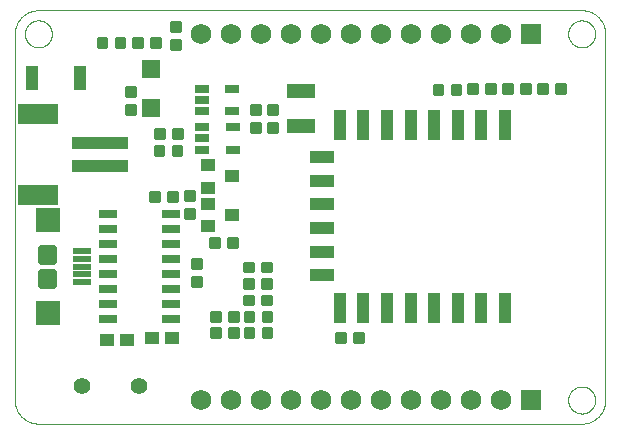
<source format=gts>
G75*
%MOIN*%
%OFA0B0*%
%FSLAX25Y25*%
%IPPOS*%
%LPD*%
%AMOC8*
5,1,8,0,0,1.08239X$1,22.5*
%
%ADD10C,0.00000*%
%ADD11C,0.00100*%
%ADD12C,0.00975*%
%ADD13C,0.00850*%
%ADD14R,0.04900X0.04400*%
%ADD15R,0.04337X0.10243*%
%ADD16R,0.08274X0.04337*%
%ADD17R,0.09400X0.04900*%
%ADD18R,0.05124X0.03117*%
%ADD19R,0.05900X0.05900*%
%ADD20R,0.05124X0.02565*%
%ADD21R,0.06384X0.01896*%
%ADD22C,0.01920*%
%ADD23R,0.07880X0.07880*%
%ADD24R,0.04400X0.08200*%
%ADD25R,0.18510X0.04337*%
%ADD26R,0.13786X0.06699*%
%ADD27R,0.06900X0.06900*%
%ADD28C,0.06900*%
%ADD29C,0.05600*%
%ADD30R,0.04731X0.04337*%
%ADD31R,0.06400X0.02900*%
D10*
X0010874Y0003250D02*
X0191976Y0003250D01*
X0192166Y0003252D01*
X0192356Y0003259D01*
X0192546Y0003271D01*
X0192736Y0003287D01*
X0192925Y0003307D01*
X0193114Y0003333D01*
X0193302Y0003362D01*
X0193489Y0003397D01*
X0193675Y0003436D01*
X0193860Y0003479D01*
X0194045Y0003527D01*
X0194228Y0003579D01*
X0194409Y0003635D01*
X0194589Y0003696D01*
X0194768Y0003762D01*
X0194945Y0003831D01*
X0195121Y0003905D01*
X0195294Y0003983D01*
X0195466Y0004066D01*
X0195635Y0004152D01*
X0195803Y0004242D01*
X0195968Y0004337D01*
X0196131Y0004435D01*
X0196291Y0004538D01*
X0196449Y0004644D01*
X0196604Y0004754D01*
X0196757Y0004867D01*
X0196907Y0004985D01*
X0197053Y0005106D01*
X0197197Y0005230D01*
X0197338Y0005358D01*
X0197476Y0005489D01*
X0197611Y0005624D01*
X0197742Y0005762D01*
X0197870Y0005903D01*
X0197994Y0006047D01*
X0198115Y0006193D01*
X0198233Y0006343D01*
X0198346Y0006496D01*
X0198456Y0006651D01*
X0198562Y0006809D01*
X0198665Y0006969D01*
X0198763Y0007132D01*
X0198858Y0007297D01*
X0198948Y0007465D01*
X0199034Y0007634D01*
X0199117Y0007806D01*
X0199195Y0007979D01*
X0199269Y0008155D01*
X0199338Y0008332D01*
X0199404Y0008511D01*
X0199465Y0008691D01*
X0199521Y0008872D01*
X0199573Y0009055D01*
X0199621Y0009240D01*
X0199664Y0009425D01*
X0199703Y0009611D01*
X0199738Y0009798D01*
X0199767Y0009986D01*
X0199793Y0010175D01*
X0199813Y0010364D01*
X0199829Y0010554D01*
X0199841Y0010744D01*
X0199848Y0010934D01*
X0199850Y0011124D01*
X0199850Y0133171D01*
X0199848Y0133361D01*
X0199841Y0133551D01*
X0199829Y0133741D01*
X0199813Y0133931D01*
X0199793Y0134120D01*
X0199767Y0134309D01*
X0199738Y0134497D01*
X0199703Y0134684D01*
X0199664Y0134870D01*
X0199621Y0135055D01*
X0199573Y0135240D01*
X0199521Y0135423D01*
X0199465Y0135604D01*
X0199404Y0135784D01*
X0199338Y0135963D01*
X0199269Y0136140D01*
X0199195Y0136316D01*
X0199117Y0136489D01*
X0199034Y0136661D01*
X0198948Y0136830D01*
X0198858Y0136998D01*
X0198763Y0137163D01*
X0198665Y0137326D01*
X0198562Y0137486D01*
X0198456Y0137644D01*
X0198346Y0137799D01*
X0198233Y0137952D01*
X0198115Y0138102D01*
X0197994Y0138248D01*
X0197870Y0138392D01*
X0197742Y0138533D01*
X0197611Y0138671D01*
X0197476Y0138806D01*
X0197338Y0138937D01*
X0197197Y0139065D01*
X0197053Y0139189D01*
X0196907Y0139310D01*
X0196757Y0139428D01*
X0196604Y0139541D01*
X0196449Y0139651D01*
X0196291Y0139757D01*
X0196131Y0139860D01*
X0195968Y0139958D01*
X0195803Y0140053D01*
X0195635Y0140143D01*
X0195466Y0140229D01*
X0195294Y0140312D01*
X0195121Y0140390D01*
X0194945Y0140464D01*
X0194768Y0140533D01*
X0194589Y0140599D01*
X0194409Y0140660D01*
X0194228Y0140716D01*
X0194045Y0140768D01*
X0193860Y0140816D01*
X0193675Y0140859D01*
X0193489Y0140898D01*
X0193302Y0140933D01*
X0193114Y0140962D01*
X0192925Y0140988D01*
X0192736Y0141008D01*
X0192546Y0141024D01*
X0192356Y0141036D01*
X0192166Y0141043D01*
X0191976Y0141045D01*
X0010874Y0141045D01*
X0010684Y0141043D01*
X0010494Y0141036D01*
X0010304Y0141024D01*
X0010114Y0141008D01*
X0009925Y0140988D01*
X0009736Y0140962D01*
X0009548Y0140933D01*
X0009361Y0140898D01*
X0009175Y0140859D01*
X0008990Y0140816D01*
X0008805Y0140768D01*
X0008622Y0140716D01*
X0008441Y0140660D01*
X0008261Y0140599D01*
X0008082Y0140533D01*
X0007905Y0140464D01*
X0007729Y0140390D01*
X0007556Y0140312D01*
X0007384Y0140229D01*
X0007215Y0140143D01*
X0007047Y0140053D01*
X0006882Y0139958D01*
X0006719Y0139860D01*
X0006559Y0139757D01*
X0006401Y0139651D01*
X0006246Y0139541D01*
X0006093Y0139428D01*
X0005943Y0139310D01*
X0005797Y0139189D01*
X0005653Y0139065D01*
X0005512Y0138937D01*
X0005374Y0138806D01*
X0005239Y0138671D01*
X0005108Y0138533D01*
X0004980Y0138392D01*
X0004856Y0138248D01*
X0004735Y0138102D01*
X0004617Y0137952D01*
X0004504Y0137799D01*
X0004394Y0137644D01*
X0004288Y0137486D01*
X0004185Y0137326D01*
X0004087Y0137163D01*
X0003992Y0136998D01*
X0003902Y0136830D01*
X0003816Y0136661D01*
X0003733Y0136489D01*
X0003655Y0136316D01*
X0003581Y0136140D01*
X0003512Y0135963D01*
X0003446Y0135784D01*
X0003385Y0135604D01*
X0003329Y0135423D01*
X0003277Y0135240D01*
X0003229Y0135055D01*
X0003186Y0134870D01*
X0003147Y0134684D01*
X0003112Y0134497D01*
X0003083Y0134309D01*
X0003057Y0134120D01*
X0003037Y0133931D01*
X0003021Y0133741D01*
X0003009Y0133551D01*
X0003002Y0133361D01*
X0003000Y0133171D01*
X0003000Y0011124D01*
X0003002Y0010934D01*
X0003009Y0010744D01*
X0003021Y0010554D01*
X0003037Y0010364D01*
X0003057Y0010175D01*
X0003083Y0009986D01*
X0003112Y0009798D01*
X0003147Y0009611D01*
X0003186Y0009425D01*
X0003229Y0009240D01*
X0003277Y0009055D01*
X0003329Y0008872D01*
X0003385Y0008691D01*
X0003446Y0008511D01*
X0003512Y0008332D01*
X0003581Y0008155D01*
X0003655Y0007979D01*
X0003733Y0007806D01*
X0003816Y0007634D01*
X0003902Y0007465D01*
X0003992Y0007297D01*
X0004087Y0007132D01*
X0004185Y0006969D01*
X0004288Y0006809D01*
X0004394Y0006651D01*
X0004504Y0006496D01*
X0004617Y0006343D01*
X0004735Y0006193D01*
X0004856Y0006047D01*
X0004980Y0005903D01*
X0005108Y0005762D01*
X0005239Y0005624D01*
X0005374Y0005489D01*
X0005512Y0005358D01*
X0005653Y0005230D01*
X0005797Y0005106D01*
X0005943Y0004985D01*
X0006093Y0004867D01*
X0006246Y0004754D01*
X0006401Y0004644D01*
X0006559Y0004538D01*
X0006719Y0004435D01*
X0006882Y0004337D01*
X0007047Y0004242D01*
X0007215Y0004152D01*
X0007384Y0004066D01*
X0007556Y0003983D01*
X0007729Y0003905D01*
X0007905Y0003831D01*
X0008082Y0003762D01*
X0008261Y0003696D01*
X0008441Y0003635D01*
X0008622Y0003579D01*
X0008805Y0003527D01*
X0008990Y0003479D01*
X0009175Y0003436D01*
X0009361Y0003397D01*
X0009548Y0003362D01*
X0009736Y0003333D01*
X0009925Y0003307D01*
X0010114Y0003287D01*
X0010304Y0003271D01*
X0010494Y0003259D01*
X0010684Y0003252D01*
X0010874Y0003250D01*
D11*
X0187476Y0011124D02*
X0187478Y0011258D01*
X0187484Y0011392D01*
X0187494Y0011525D01*
X0187508Y0011659D01*
X0187526Y0011792D01*
X0187548Y0011924D01*
X0187573Y0012055D01*
X0187603Y0012186D01*
X0187637Y0012316D01*
X0187674Y0012444D01*
X0187715Y0012572D01*
X0187760Y0012698D01*
X0187809Y0012823D01*
X0187861Y0012946D01*
X0187917Y0013068D01*
X0187977Y0013188D01*
X0188040Y0013306D01*
X0188107Y0013422D01*
X0188177Y0013536D01*
X0188251Y0013648D01*
X0188328Y0013758D01*
X0188408Y0013866D01*
X0188491Y0013971D01*
X0188577Y0014073D01*
X0188666Y0014173D01*
X0188759Y0014270D01*
X0188854Y0014365D01*
X0188952Y0014456D01*
X0189052Y0014545D01*
X0189155Y0014630D01*
X0189261Y0014713D01*
X0189369Y0014792D01*
X0189479Y0014868D01*
X0189592Y0014941D01*
X0189707Y0015010D01*
X0189823Y0015076D01*
X0189942Y0015138D01*
X0190062Y0015197D01*
X0190185Y0015252D01*
X0190308Y0015304D01*
X0190433Y0015351D01*
X0190560Y0015395D01*
X0190688Y0015436D01*
X0190817Y0015472D01*
X0190947Y0015505D01*
X0191078Y0015533D01*
X0191209Y0015558D01*
X0191342Y0015579D01*
X0191475Y0015596D01*
X0191608Y0015609D01*
X0191742Y0015618D01*
X0191876Y0015623D01*
X0192010Y0015624D01*
X0192143Y0015621D01*
X0192277Y0015614D01*
X0192411Y0015603D01*
X0192544Y0015588D01*
X0192677Y0015569D01*
X0192809Y0015546D01*
X0192940Y0015520D01*
X0193070Y0015489D01*
X0193200Y0015454D01*
X0193328Y0015416D01*
X0193455Y0015374D01*
X0193581Y0015328D01*
X0193706Y0015278D01*
X0193829Y0015225D01*
X0193950Y0015168D01*
X0194070Y0015107D01*
X0194187Y0015043D01*
X0194303Y0014976D01*
X0194417Y0014905D01*
X0194528Y0014830D01*
X0194637Y0014753D01*
X0194744Y0014672D01*
X0194849Y0014588D01*
X0194950Y0014501D01*
X0195050Y0014411D01*
X0195146Y0014318D01*
X0195240Y0014222D01*
X0195331Y0014123D01*
X0195418Y0014022D01*
X0195503Y0013918D01*
X0195585Y0013812D01*
X0195663Y0013704D01*
X0195738Y0013593D01*
X0195810Y0013480D01*
X0195879Y0013364D01*
X0195944Y0013247D01*
X0196005Y0013128D01*
X0196063Y0013007D01*
X0196117Y0012885D01*
X0196168Y0012761D01*
X0196215Y0012635D01*
X0196258Y0012508D01*
X0196297Y0012380D01*
X0196333Y0012251D01*
X0196364Y0012121D01*
X0196392Y0011990D01*
X0196416Y0011858D01*
X0196436Y0011725D01*
X0196452Y0011592D01*
X0196464Y0011459D01*
X0196472Y0011325D01*
X0196476Y0011191D01*
X0196476Y0011057D01*
X0196472Y0010923D01*
X0196464Y0010789D01*
X0196452Y0010656D01*
X0196436Y0010523D01*
X0196416Y0010390D01*
X0196392Y0010258D01*
X0196364Y0010127D01*
X0196333Y0009997D01*
X0196297Y0009868D01*
X0196258Y0009740D01*
X0196215Y0009613D01*
X0196168Y0009487D01*
X0196117Y0009363D01*
X0196063Y0009241D01*
X0196005Y0009120D01*
X0195944Y0009001D01*
X0195879Y0008884D01*
X0195810Y0008768D01*
X0195738Y0008655D01*
X0195663Y0008544D01*
X0195585Y0008436D01*
X0195503Y0008330D01*
X0195418Y0008226D01*
X0195331Y0008125D01*
X0195240Y0008026D01*
X0195146Y0007930D01*
X0195050Y0007837D01*
X0194950Y0007747D01*
X0194849Y0007660D01*
X0194744Y0007576D01*
X0194637Y0007495D01*
X0194528Y0007418D01*
X0194417Y0007343D01*
X0194303Y0007272D01*
X0194187Y0007205D01*
X0194070Y0007141D01*
X0193950Y0007080D01*
X0193829Y0007023D01*
X0193706Y0006970D01*
X0193581Y0006920D01*
X0193455Y0006874D01*
X0193328Y0006832D01*
X0193200Y0006794D01*
X0193070Y0006759D01*
X0192940Y0006728D01*
X0192809Y0006702D01*
X0192677Y0006679D01*
X0192544Y0006660D01*
X0192411Y0006645D01*
X0192277Y0006634D01*
X0192143Y0006627D01*
X0192010Y0006624D01*
X0191876Y0006625D01*
X0191742Y0006630D01*
X0191608Y0006639D01*
X0191475Y0006652D01*
X0191342Y0006669D01*
X0191209Y0006690D01*
X0191078Y0006715D01*
X0190947Y0006743D01*
X0190817Y0006776D01*
X0190688Y0006812D01*
X0190560Y0006853D01*
X0190433Y0006897D01*
X0190308Y0006944D01*
X0190185Y0006996D01*
X0190062Y0007051D01*
X0189942Y0007110D01*
X0189823Y0007172D01*
X0189707Y0007238D01*
X0189592Y0007307D01*
X0189479Y0007380D01*
X0189369Y0007456D01*
X0189261Y0007535D01*
X0189155Y0007618D01*
X0189052Y0007703D01*
X0188952Y0007792D01*
X0188854Y0007883D01*
X0188759Y0007978D01*
X0188666Y0008075D01*
X0188577Y0008175D01*
X0188491Y0008277D01*
X0188408Y0008382D01*
X0188328Y0008490D01*
X0188251Y0008600D01*
X0188177Y0008712D01*
X0188107Y0008826D01*
X0188040Y0008942D01*
X0187977Y0009060D01*
X0187917Y0009180D01*
X0187861Y0009302D01*
X0187809Y0009425D01*
X0187760Y0009550D01*
X0187715Y0009676D01*
X0187674Y0009804D01*
X0187637Y0009932D01*
X0187603Y0010062D01*
X0187573Y0010193D01*
X0187548Y0010324D01*
X0187526Y0010456D01*
X0187508Y0010589D01*
X0187494Y0010723D01*
X0187484Y0010856D01*
X0187478Y0010990D01*
X0187476Y0011124D01*
X0187476Y0133171D02*
X0187478Y0133305D01*
X0187484Y0133439D01*
X0187494Y0133572D01*
X0187508Y0133706D01*
X0187526Y0133839D01*
X0187548Y0133971D01*
X0187573Y0134102D01*
X0187603Y0134233D01*
X0187637Y0134363D01*
X0187674Y0134491D01*
X0187715Y0134619D01*
X0187760Y0134745D01*
X0187809Y0134870D01*
X0187861Y0134993D01*
X0187917Y0135115D01*
X0187977Y0135235D01*
X0188040Y0135353D01*
X0188107Y0135469D01*
X0188177Y0135583D01*
X0188251Y0135695D01*
X0188328Y0135805D01*
X0188408Y0135913D01*
X0188491Y0136018D01*
X0188577Y0136120D01*
X0188666Y0136220D01*
X0188759Y0136317D01*
X0188854Y0136412D01*
X0188952Y0136503D01*
X0189052Y0136592D01*
X0189155Y0136677D01*
X0189261Y0136760D01*
X0189369Y0136839D01*
X0189479Y0136915D01*
X0189592Y0136988D01*
X0189707Y0137057D01*
X0189823Y0137123D01*
X0189942Y0137185D01*
X0190062Y0137244D01*
X0190185Y0137299D01*
X0190308Y0137351D01*
X0190433Y0137398D01*
X0190560Y0137442D01*
X0190688Y0137483D01*
X0190817Y0137519D01*
X0190947Y0137552D01*
X0191078Y0137580D01*
X0191209Y0137605D01*
X0191342Y0137626D01*
X0191475Y0137643D01*
X0191608Y0137656D01*
X0191742Y0137665D01*
X0191876Y0137670D01*
X0192010Y0137671D01*
X0192143Y0137668D01*
X0192277Y0137661D01*
X0192411Y0137650D01*
X0192544Y0137635D01*
X0192677Y0137616D01*
X0192809Y0137593D01*
X0192940Y0137567D01*
X0193070Y0137536D01*
X0193200Y0137501D01*
X0193328Y0137463D01*
X0193455Y0137421D01*
X0193581Y0137375D01*
X0193706Y0137325D01*
X0193829Y0137272D01*
X0193950Y0137215D01*
X0194070Y0137154D01*
X0194187Y0137090D01*
X0194303Y0137023D01*
X0194417Y0136952D01*
X0194528Y0136877D01*
X0194637Y0136800D01*
X0194744Y0136719D01*
X0194849Y0136635D01*
X0194950Y0136548D01*
X0195050Y0136458D01*
X0195146Y0136365D01*
X0195240Y0136269D01*
X0195331Y0136170D01*
X0195418Y0136069D01*
X0195503Y0135965D01*
X0195585Y0135859D01*
X0195663Y0135751D01*
X0195738Y0135640D01*
X0195810Y0135527D01*
X0195879Y0135411D01*
X0195944Y0135294D01*
X0196005Y0135175D01*
X0196063Y0135054D01*
X0196117Y0134932D01*
X0196168Y0134808D01*
X0196215Y0134682D01*
X0196258Y0134555D01*
X0196297Y0134427D01*
X0196333Y0134298D01*
X0196364Y0134168D01*
X0196392Y0134037D01*
X0196416Y0133905D01*
X0196436Y0133772D01*
X0196452Y0133639D01*
X0196464Y0133506D01*
X0196472Y0133372D01*
X0196476Y0133238D01*
X0196476Y0133104D01*
X0196472Y0132970D01*
X0196464Y0132836D01*
X0196452Y0132703D01*
X0196436Y0132570D01*
X0196416Y0132437D01*
X0196392Y0132305D01*
X0196364Y0132174D01*
X0196333Y0132044D01*
X0196297Y0131915D01*
X0196258Y0131787D01*
X0196215Y0131660D01*
X0196168Y0131534D01*
X0196117Y0131410D01*
X0196063Y0131288D01*
X0196005Y0131167D01*
X0195944Y0131048D01*
X0195879Y0130931D01*
X0195810Y0130815D01*
X0195738Y0130702D01*
X0195663Y0130591D01*
X0195585Y0130483D01*
X0195503Y0130377D01*
X0195418Y0130273D01*
X0195331Y0130172D01*
X0195240Y0130073D01*
X0195146Y0129977D01*
X0195050Y0129884D01*
X0194950Y0129794D01*
X0194849Y0129707D01*
X0194744Y0129623D01*
X0194637Y0129542D01*
X0194528Y0129465D01*
X0194417Y0129390D01*
X0194303Y0129319D01*
X0194187Y0129252D01*
X0194070Y0129188D01*
X0193950Y0129127D01*
X0193829Y0129070D01*
X0193706Y0129017D01*
X0193581Y0128967D01*
X0193455Y0128921D01*
X0193328Y0128879D01*
X0193200Y0128841D01*
X0193070Y0128806D01*
X0192940Y0128775D01*
X0192809Y0128749D01*
X0192677Y0128726D01*
X0192544Y0128707D01*
X0192411Y0128692D01*
X0192277Y0128681D01*
X0192143Y0128674D01*
X0192010Y0128671D01*
X0191876Y0128672D01*
X0191742Y0128677D01*
X0191608Y0128686D01*
X0191475Y0128699D01*
X0191342Y0128716D01*
X0191209Y0128737D01*
X0191078Y0128762D01*
X0190947Y0128790D01*
X0190817Y0128823D01*
X0190688Y0128859D01*
X0190560Y0128900D01*
X0190433Y0128944D01*
X0190308Y0128991D01*
X0190185Y0129043D01*
X0190062Y0129098D01*
X0189942Y0129157D01*
X0189823Y0129219D01*
X0189707Y0129285D01*
X0189592Y0129354D01*
X0189479Y0129427D01*
X0189369Y0129503D01*
X0189261Y0129582D01*
X0189155Y0129665D01*
X0189052Y0129750D01*
X0188952Y0129839D01*
X0188854Y0129930D01*
X0188759Y0130025D01*
X0188666Y0130122D01*
X0188577Y0130222D01*
X0188491Y0130324D01*
X0188408Y0130429D01*
X0188328Y0130537D01*
X0188251Y0130647D01*
X0188177Y0130759D01*
X0188107Y0130873D01*
X0188040Y0130989D01*
X0187977Y0131107D01*
X0187917Y0131227D01*
X0187861Y0131349D01*
X0187809Y0131472D01*
X0187760Y0131597D01*
X0187715Y0131723D01*
X0187674Y0131851D01*
X0187637Y0131979D01*
X0187603Y0132109D01*
X0187573Y0132240D01*
X0187548Y0132371D01*
X0187526Y0132503D01*
X0187508Y0132636D01*
X0187494Y0132770D01*
X0187484Y0132903D01*
X0187478Y0133037D01*
X0187476Y0133171D01*
X0006374Y0133171D02*
X0006376Y0133305D01*
X0006382Y0133439D01*
X0006392Y0133572D01*
X0006406Y0133706D01*
X0006424Y0133839D01*
X0006446Y0133971D01*
X0006471Y0134102D01*
X0006501Y0134233D01*
X0006535Y0134363D01*
X0006572Y0134491D01*
X0006613Y0134619D01*
X0006658Y0134745D01*
X0006707Y0134870D01*
X0006759Y0134993D01*
X0006815Y0135115D01*
X0006875Y0135235D01*
X0006938Y0135353D01*
X0007005Y0135469D01*
X0007075Y0135583D01*
X0007149Y0135695D01*
X0007226Y0135805D01*
X0007306Y0135913D01*
X0007389Y0136018D01*
X0007475Y0136120D01*
X0007564Y0136220D01*
X0007657Y0136317D01*
X0007752Y0136412D01*
X0007850Y0136503D01*
X0007950Y0136592D01*
X0008053Y0136677D01*
X0008159Y0136760D01*
X0008267Y0136839D01*
X0008377Y0136915D01*
X0008490Y0136988D01*
X0008605Y0137057D01*
X0008721Y0137123D01*
X0008840Y0137185D01*
X0008960Y0137244D01*
X0009083Y0137299D01*
X0009206Y0137351D01*
X0009331Y0137398D01*
X0009458Y0137442D01*
X0009586Y0137483D01*
X0009715Y0137519D01*
X0009845Y0137552D01*
X0009976Y0137580D01*
X0010107Y0137605D01*
X0010240Y0137626D01*
X0010373Y0137643D01*
X0010506Y0137656D01*
X0010640Y0137665D01*
X0010774Y0137670D01*
X0010908Y0137671D01*
X0011041Y0137668D01*
X0011175Y0137661D01*
X0011309Y0137650D01*
X0011442Y0137635D01*
X0011575Y0137616D01*
X0011707Y0137593D01*
X0011838Y0137567D01*
X0011968Y0137536D01*
X0012098Y0137501D01*
X0012226Y0137463D01*
X0012353Y0137421D01*
X0012479Y0137375D01*
X0012604Y0137325D01*
X0012727Y0137272D01*
X0012848Y0137215D01*
X0012968Y0137154D01*
X0013085Y0137090D01*
X0013201Y0137023D01*
X0013315Y0136952D01*
X0013426Y0136877D01*
X0013535Y0136800D01*
X0013642Y0136719D01*
X0013747Y0136635D01*
X0013848Y0136548D01*
X0013948Y0136458D01*
X0014044Y0136365D01*
X0014138Y0136269D01*
X0014229Y0136170D01*
X0014316Y0136069D01*
X0014401Y0135965D01*
X0014483Y0135859D01*
X0014561Y0135751D01*
X0014636Y0135640D01*
X0014708Y0135527D01*
X0014777Y0135411D01*
X0014842Y0135294D01*
X0014903Y0135175D01*
X0014961Y0135054D01*
X0015015Y0134932D01*
X0015066Y0134808D01*
X0015113Y0134682D01*
X0015156Y0134555D01*
X0015195Y0134427D01*
X0015231Y0134298D01*
X0015262Y0134168D01*
X0015290Y0134037D01*
X0015314Y0133905D01*
X0015334Y0133772D01*
X0015350Y0133639D01*
X0015362Y0133506D01*
X0015370Y0133372D01*
X0015374Y0133238D01*
X0015374Y0133104D01*
X0015370Y0132970D01*
X0015362Y0132836D01*
X0015350Y0132703D01*
X0015334Y0132570D01*
X0015314Y0132437D01*
X0015290Y0132305D01*
X0015262Y0132174D01*
X0015231Y0132044D01*
X0015195Y0131915D01*
X0015156Y0131787D01*
X0015113Y0131660D01*
X0015066Y0131534D01*
X0015015Y0131410D01*
X0014961Y0131288D01*
X0014903Y0131167D01*
X0014842Y0131048D01*
X0014777Y0130931D01*
X0014708Y0130815D01*
X0014636Y0130702D01*
X0014561Y0130591D01*
X0014483Y0130483D01*
X0014401Y0130377D01*
X0014316Y0130273D01*
X0014229Y0130172D01*
X0014138Y0130073D01*
X0014044Y0129977D01*
X0013948Y0129884D01*
X0013848Y0129794D01*
X0013747Y0129707D01*
X0013642Y0129623D01*
X0013535Y0129542D01*
X0013426Y0129465D01*
X0013315Y0129390D01*
X0013201Y0129319D01*
X0013085Y0129252D01*
X0012968Y0129188D01*
X0012848Y0129127D01*
X0012727Y0129070D01*
X0012604Y0129017D01*
X0012479Y0128967D01*
X0012353Y0128921D01*
X0012226Y0128879D01*
X0012098Y0128841D01*
X0011968Y0128806D01*
X0011838Y0128775D01*
X0011707Y0128749D01*
X0011575Y0128726D01*
X0011442Y0128707D01*
X0011309Y0128692D01*
X0011175Y0128681D01*
X0011041Y0128674D01*
X0010908Y0128671D01*
X0010774Y0128672D01*
X0010640Y0128677D01*
X0010506Y0128686D01*
X0010373Y0128699D01*
X0010240Y0128716D01*
X0010107Y0128737D01*
X0009976Y0128762D01*
X0009845Y0128790D01*
X0009715Y0128823D01*
X0009586Y0128859D01*
X0009458Y0128900D01*
X0009331Y0128944D01*
X0009206Y0128991D01*
X0009083Y0129043D01*
X0008960Y0129098D01*
X0008840Y0129157D01*
X0008721Y0129219D01*
X0008605Y0129285D01*
X0008490Y0129354D01*
X0008377Y0129427D01*
X0008267Y0129503D01*
X0008159Y0129582D01*
X0008053Y0129665D01*
X0007950Y0129750D01*
X0007850Y0129839D01*
X0007752Y0129930D01*
X0007657Y0130025D01*
X0007564Y0130122D01*
X0007475Y0130222D01*
X0007389Y0130324D01*
X0007306Y0130429D01*
X0007226Y0130537D01*
X0007149Y0130647D01*
X0007075Y0130759D01*
X0007005Y0130873D01*
X0006938Y0130989D01*
X0006875Y0131107D01*
X0006815Y0131227D01*
X0006759Y0131349D01*
X0006707Y0131472D01*
X0006658Y0131597D01*
X0006613Y0131723D01*
X0006572Y0131851D01*
X0006535Y0131979D01*
X0006501Y0132109D01*
X0006471Y0132240D01*
X0006446Y0132371D01*
X0006424Y0132503D01*
X0006406Y0132636D01*
X0006392Y0132770D01*
X0006382Y0132903D01*
X0006376Y0133037D01*
X0006374Y0133171D01*
D12*
X0040017Y0115453D02*
X0040017Y0112527D01*
X0040017Y0115453D02*
X0042943Y0115453D01*
X0042943Y0112527D01*
X0040017Y0112527D01*
X0040017Y0113501D02*
X0042943Y0113501D01*
X0042943Y0114475D02*
X0040017Y0114475D01*
X0040017Y0115449D02*
X0042943Y0115449D01*
X0040017Y0109453D02*
X0040017Y0106527D01*
X0040017Y0109453D02*
X0042943Y0109453D01*
X0042943Y0106527D01*
X0040017Y0106527D01*
X0040017Y0107501D02*
X0042943Y0107501D01*
X0042943Y0108475D02*
X0040017Y0108475D01*
X0040017Y0109449D02*
X0042943Y0109449D01*
X0049734Y0101335D02*
X0052660Y0101335D01*
X0052660Y0098409D01*
X0049734Y0098409D01*
X0049734Y0101335D01*
X0049734Y0099383D02*
X0052660Y0099383D01*
X0052660Y0100357D02*
X0049734Y0100357D01*
X0049734Y0101331D02*
X0052660Y0101331D01*
X0055734Y0101335D02*
X0058660Y0101335D01*
X0058660Y0098409D01*
X0055734Y0098409D01*
X0055734Y0101335D01*
X0055734Y0099383D02*
X0058660Y0099383D01*
X0058660Y0100357D02*
X0055734Y0100357D01*
X0055734Y0101331D02*
X0058660Y0101331D01*
X0058546Y0092822D02*
X0055620Y0092822D01*
X0055620Y0095748D01*
X0058546Y0095748D01*
X0058546Y0092822D01*
X0058546Y0093796D02*
X0055620Y0093796D01*
X0055620Y0094770D02*
X0058546Y0094770D01*
X0058546Y0095744D02*
X0055620Y0095744D01*
X0052546Y0092822D02*
X0049620Y0092822D01*
X0049620Y0095748D01*
X0052546Y0095748D01*
X0052546Y0092822D01*
X0052546Y0093796D02*
X0049620Y0093796D01*
X0049620Y0094770D02*
X0052546Y0094770D01*
X0052546Y0095744D02*
X0049620Y0095744D01*
X0048218Y0077567D02*
X0051144Y0077567D01*
X0048218Y0077567D02*
X0048218Y0080493D01*
X0051144Y0080493D01*
X0051144Y0077567D01*
X0051144Y0078541D02*
X0048218Y0078541D01*
X0048218Y0079515D02*
X0051144Y0079515D01*
X0051144Y0080489D02*
X0048218Y0080489D01*
X0054218Y0077567D02*
X0057144Y0077567D01*
X0054218Y0077567D02*
X0054218Y0080493D01*
X0057144Y0080493D01*
X0057144Y0077567D01*
X0057144Y0078541D02*
X0054218Y0078541D01*
X0054218Y0079515D02*
X0057144Y0079515D01*
X0057144Y0080489D02*
X0054218Y0080489D01*
X0062750Y0080654D02*
X0062750Y0077728D01*
X0059824Y0077728D01*
X0059824Y0080654D01*
X0062750Y0080654D01*
X0062750Y0078702D02*
X0059824Y0078702D01*
X0059824Y0079676D02*
X0062750Y0079676D01*
X0062750Y0080650D02*
X0059824Y0080650D01*
X0062750Y0074654D02*
X0062750Y0071728D01*
X0059824Y0071728D01*
X0059824Y0074654D01*
X0062750Y0074654D01*
X0062750Y0072702D02*
X0059824Y0072702D01*
X0059824Y0073676D02*
X0062750Y0073676D01*
X0062750Y0074650D02*
X0059824Y0074650D01*
X0068057Y0062047D02*
X0070983Y0062047D01*
X0068057Y0062047D02*
X0068057Y0064973D01*
X0070983Y0064973D01*
X0070983Y0062047D01*
X0070983Y0063021D02*
X0068057Y0063021D01*
X0068057Y0063995D02*
X0070983Y0063995D01*
X0070983Y0064969D02*
X0068057Y0064969D01*
X0074057Y0062047D02*
X0076983Y0062047D01*
X0074057Y0062047D02*
X0074057Y0064973D01*
X0076983Y0064973D01*
X0076983Y0062047D01*
X0076983Y0063021D02*
X0074057Y0063021D01*
X0074057Y0063995D02*
X0076983Y0063995D01*
X0076983Y0064969D02*
X0074057Y0064969D01*
X0062037Y0058213D02*
X0062037Y0055287D01*
X0062037Y0058213D02*
X0064963Y0058213D01*
X0064963Y0055287D01*
X0062037Y0055287D01*
X0062037Y0056261D02*
X0064963Y0056261D01*
X0064963Y0057235D02*
X0062037Y0057235D01*
X0062037Y0058209D02*
X0064963Y0058209D01*
X0062037Y0052213D02*
X0062037Y0049287D01*
X0062037Y0052213D02*
X0064963Y0052213D01*
X0064963Y0049287D01*
X0062037Y0049287D01*
X0062037Y0050261D02*
X0064963Y0050261D01*
X0064963Y0051235D02*
X0062037Y0051235D01*
X0062037Y0052209D02*
X0064963Y0052209D01*
X0079498Y0051493D02*
X0082424Y0051493D01*
X0082424Y0048567D01*
X0079498Y0048567D01*
X0079498Y0051493D01*
X0079498Y0049541D02*
X0082424Y0049541D01*
X0082424Y0050515D02*
X0079498Y0050515D01*
X0079498Y0051489D02*
X0082424Y0051489D01*
X0085498Y0051493D02*
X0088424Y0051493D01*
X0088424Y0048567D01*
X0085498Y0048567D01*
X0085498Y0051493D01*
X0085498Y0049541D02*
X0088424Y0049541D01*
X0088424Y0050515D02*
X0085498Y0050515D01*
X0085498Y0051489D02*
X0088424Y0051489D01*
X0088365Y0054011D02*
X0085439Y0054011D01*
X0085439Y0056937D01*
X0088365Y0056937D01*
X0088365Y0054011D01*
X0088365Y0054985D02*
X0085439Y0054985D01*
X0085439Y0055959D02*
X0088365Y0055959D01*
X0088365Y0056933D02*
X0085439Y0056933D01*
X0082365Y0054011D02*
X0079439Y0054011D01*
X0079439Y0056937D01*
X0082365Y0056937D01*
X0082365Y0054011D01*
X0082365Y0054985D02*
X0079439Y0054985D01*
X0079439Y0055959D02*
X0082365Y0055959D01*
X0082365Y0056933D02*
X0079439Y0056933D01*
X0079439Y0043023D02*
X0082365Y0043023D01*
X0079439Y0043023D02*
X0079439Y0045949D01*
X0082365Y0045949D01*
X0082365Y0043023D01*
X0082365Y0043997D02*
X0079439Y0043997D01*
X0079439Y0044971D02*
X0082365Y0044971D01*
X0082365Y0045945D02*
X0079439Y0045945D01*
X0085439Y0043023D02*
X0088365Y0043023D01*
X0085439Y0043023D02*
X0085439Y0045949D01*
X0088365Y0045949D01*
X0088365Y0043023D01*
X0088365Y0043997D02*
X0085439Y0043997D01*
X0085439Y0044971D02*
X0088365Y0044971D01*
X0088365Y0045945D02*
X0085439Y0045945D01*
X0077270Y0037444D02*
X0074344Y0037444D01*
X0074344Y0040370D01*
X0077270Y0040370D01*
X0077270Y0037444D01*
X0077270Y0038418D02*
X0074344Y0038418D01*
X0074344Y0039392D02*
X0077270Y0039392D01*
X0077270Y0040366D02*
X0074344Y0040366D01*
X0071270Y0037444D02*
X0068344Y0037444D01*
X0068344Y0040370D01*
X0071270Y0040370D01*
X0071270Y0037444D01*
X0071270Y0038418D02*
X0068344Y0038418D01*
X0068344Y0039392D02*
X0071270Y0039392D01*
X0071270Y0040366D02*
X0068344Y0040366D01*
X0068344Y0035101D02*
X0071270Y0035101D01*
X0071270Y0032175D01*
X0068344Y0032175D01*
X0068344Y0035101D01*
X0068344Y0033149D02*
X0071270Y0033149D01*
X0071270Y0034123D02*
X0068344Y0034123D01*
X0068344Y0035097D02*
X0071270Y0035097D01*
X0074344Y0035101D02*
X0077270Y0035101D01*
X0077270Y0032175D01*
X0074344Y0032175D01*
X0074344Y0035101D01*
X0074344Y0033149D02*
X0077270Y0033149D01*
X0077270Y0034123D02*
X0074344Y0034123D01*
X0074344Y0035097D02*
X0077270Y0035097D01*
X0110065Y0030401D02*
X0112991Y0030401D01*
X0110065Y0030401D02*
X0110065Y0033327D01*
X0112991Y0033327D01*
X0112991Y0030401D01*
X0112991Y0031375D02*
X0110065Y0031375D01*
X0110065Y0032349D02*
X0112991Y0032349D01*
X0112991Y0033323D02*
X0110065Y0033323D01*
X0116065Y0030401D02*
X0118991Y0030401D01*
X0116065Y0030401D02*
X0116065Y0033327D01*
X0118991Y0033327D01*
X0118991Y0030401D01*
X0118991Y0031375D02*
X0116065Y0031375D01*
X0116065Y0032349D02*
X0118991Y0032349D01*
X0118991Y0033323D02*
X0116065Y0033323D01*
X0087517Y0100618D02*
X0087517Y0103544D01*
X0090443Y0103544D01*
X0090443Y0100618D01*
X0087517Y0100618D01*
X0087517Y0101592D02*
X0090443Y0101592D01*
X0090443Y0102566D02*
X0087517Y0102566D01*
X0087517Y0103540D02*
X0090443Y0103540D01*
X0087517Y0106618D02*
X0087517Y0109544D01*
X0090443Y0109544D01*
X0090443Y0106618D01*
X0087517Y0106618D01*
X0087517Y0107592D02*
X0090443Y0107592D01*
X0090443Y0108566D02*
X0087517Y0108566D01*
X0087517Y0109540D02*
X0090443Y0109540D01*
X0081872Y0109410D02*
X0081872Y0106484D01*
X0081872Y0109410D02*
X0084798Y0109410D01*
X0084798Y0106484D01*
X0081872Y0106484D01*
X0081872Y0107458D02*
X0084798Y0107458D01*
X0084798Y0108432D02*
X0081872Y0108432D01*
X0081872Y0109406D02*
X0084798Y0109406D01*
X0081872Y0103410D02*
X0081872Y0100484D01*
X0081872Y0103410D02*
X0084798Y0103410D01*
X0084798Y0100484D01*
X0081872Y0100484D01*
X0081872Y0101458D02*
X0084798Y0101458D01*
X0084798Y0102432D02*
X0081872Y0102432D01*
X0081872Y0103406D02*
X0084798Y0103406D01*
X0058097Y0128193D02*
X0058097Y0131119D01*
X0058097Y0128193D02*
X0055171Y0128193D01*
X0055171Y0131119D01*
X0058097Y0131119D01*
X0058097Y0129167D02*
X0055171Y0129167D01*
X0055171Y0130141D02*
X0058097Y0130141D01*
X0058097Y0131115D02*
X0055171Y0131115D01*
X0058097Y0134193D02*
X0058097Y0137119D01*
X0058097Y0134193D02*
X0055171Y0134193D01*
X0055171Y0137119D01*
X0058097Y0137119D01*
X0058097Y0135167D02*
X0055171Y0135167D01*
X0055171Y0136141D02*
X0058097Y0136141D01*
X0058097Y0137115D02*
X0055171Y0137115D01*
X0051254Y0128767D02*
X0048328Y0128767D01*
X0048328Y0131693D01*
X0051254Y0131693D01*
X0051254Y0128767D01*
X0051254Y0129741D02*
X0048328Y0129741D01*
X0048328Y0130715D02*
X0051254Y0130715D01*
X0051254Y0131689D02*
X0048328Y0131689D01*
X0045254Y0128767D02*
X0042328Y0128767D01*
X0042328Y0131693D01*
X0045254Y0131693D01*
X0045254Y0128767D01*
X0045254Y0129741D02*
X0042328Y0129741D01*
X0042328Y0130715D02*
X0045254Y0130715D01*
X0045254Y0131689D02*
X0042328Y0131689D01*
X0142588Y0113232D02*
X0145514Y0113232D01*
X0142588Y0113232D02*
X0142588Y0116158D01*
X0145514Y0116158D01*
X0145514Y0113232D01*
X0145514Y0114206D02*
X0142588Y0114206D01*
X0142588Y0115180D02*
X0145514Y0115180D01*
X0145514Y0116154D02*
X0142588Y0116154D01*
X0148588Y0113232D02*
X0151514Y0113232D01*
X0148588Y0113232D02*
X0148588Y0116158D01*
X0151514Y0116158D01*
X0151514Y0113232D01*
X0151514Y0114206D02*
X0148588Y0114206D01*
X0148588Y0115180D02*
X0151514Y0115180D01*
X0151514Y0116154D02*
X0148588Y0116154D01*
X0154041Y0113413D02*
X0156967Y0113413D01*
X0154041Y0113413D02*
X0154041Y0116339D01*
X0156967Y0116339D01*
X0156967Y0113413D01*
X0156967Y0114387D02*
X0154041Y0114387D01*
X0154041Y0115361D02*
X0156967Y0115361D01*
X0156967Y0116335D02*
X0154041Y0116335D01*
X0160041Y0113413D02*
X0162967Y0113413D01*
X0160041Y0113413D02*
X0160041Y0116339D01*
X0162967Y0116339D01*
X0162967Y0113413D01*
X0162967Y0114387D02*
X0160041Y0114387D01*
X0160041Y0115361D02*
X0162967Y0115361D01*
X0162967Y0116335D02*
X0160041Y0116335D01*
X0165679Y0113519D02*
X0168605Y0113519D01*
X0165679Y0113519D02*
X0165679Y0116445D01*
X0168605Y0116445D01*
X0168605Y0113519D01*
X0168605Y0114493D02*
X0165679Y0114493D01*
X0165679Y0115467D02*
X0168605Y0115467D01*
X0168605Y0116441D02*
X0165679Y0116441D01*
X0171679Y0113519D02*
X0174605Y0113519D01*
X0171679Y0113519D02*
X0171679Y0116445D01*
X0174605Y0116445D01*
X0174605Y0113519D01*
X0174605Y0114493D02*
X0171679Y0114493D01*
X0171679Y0115467D02*
X0174605Y0115467D01*
X0174605Y0116441D02*
X0171679Y0116441D01*
X0177320Y0116508D02*
X0180246Y0116508D01*
X0180246Y0113582D01*
X0177320Y0113582D01*
X0177320Y0116508D01*
X0177320Y0114556D02*
X0180246Y0114556D01*
X0180246Y0115530D02*
X0177320Y0115530D01*
X0177320Y0116504D02*
X0180246Y0116504D01*
X0183320Y0116508D02*
X0186246Y0116508D01*
X0186246Y0113582D01*
X0183320Y0113582D01*
X0183320Y0116508D01*
X0183320Y0114556D02*
X0186246Y0114556D01*
X0186246Y0115530D02*
X0183320Y0115530D01*
X0183320Y0116504D02*
X0186246Y0116504D01*
D13*
X0088432Y0037520D02*
X0085882Y0037520D01*
X0085882Y0040570D01*
X0088432Y0040570D01*
X0088432Y0037520D01*
X0088432Y0038369D02*
X0085882Y0038369D01*
X0085882Y0039218D02*
X0088432Y0039218D01*
X0088432Y0040067D02*
X0085882Y0040067D01*
X0082432Y0037520D02*
X0079882Y0037520D01*
X0079882Y0040570D01*
X0082432Y0040570D01*
X0082432Y0037520D01*
X0082432Y0038369D02*
X0079882Y0038369D01*
X0079882Y0039218D02*
X0082432Y0039218D01*
X0082432Y0040067D02*
X0079882Y0040067D01*
X0079882Y0032166D02*
X0082432Y0032166D01*
X0079882Y0032166D02*
X0079882Y0035216D01*
X0082432Y0035216D01*
X0082432Y0032166D01*
X0082432Y0033015D02*
X0079882Y0033015D01*
X0079882Y0033864D02*
X0082432Y0033864D01*
X0082432Y0034713D02*
X0079882Y0034713D01*
X0085882Y0032166D02*
X0088432Y0032166D01*
X0085882Y0032166D02*
X0085882Y0035216D01*
X0088432Y0035216D01*
X0088432Y0032166D01*
X0088432Y0033015D02*
X0085882Y0033015D01*
X0085882Y0033864D02*
X0088432Y0033864D01*
X0088432Y0034713D02*
X0085882Y0034713D01*
X0039350Y0128721D02*
X0036800Y0128721D01*
X0036800Y0131771D01*
X0039350Y0131771D01*
X0039350Y0128721D01*
X0039350Y0129570D02*
X0036800Y0129570D01*
X0036800Y0130419D02*
X0039350Y0130419D01*
X0039350Y0131268D02*
X0036800Y0131268D01*
X0033350Y0128721D02*
X0030800Y0128721D01*
X0030800Y0131771D01*
X0033350Y0131771D01*
X0033350Y0128721D01*
X0033350Y0129570D02*
X0030800Y0129570D01*
X0030800Y0130419D02*
X0033350Y0130419D01*
X0033350Y0131268D02*
X0030800Y0131268D01*
D14*
X0067311Y0089404D03*
X0075311Y0085663D03*
X0067311Y0081923D03*
X0067311Y0076632D03*
X0075311Y0072892D03*
X0067311Y0069152D03*
D15*
X0111331Y0041856D03*
X0119205Y0041856D03*
X0127079Y0041856D03*
X0134953Y0041856D03*
X0142827Y0041856D03*
X0150701Y0041856D03*
X0158575Y0041856D03*
X0166449Y0041856D03*
X0166449Y0102880D03*
X0158575Y0102880D03*
X0150701Y0102880D03*
X0142827Y0102880D03*
X0134953Y0102880D03*
X0127079Y0102880D03*
X0119205Y0102880D03*
X0111331Y0102880D03*
D16*
X0105425Y0092053D03*
X0105425Y0084179D03*
X0105425Y0076305D03*
X0105425Y0068431D03*
X0105425Y0060557D03*
X0105425Y0052683D03*
D17*
X0098299Y0102571D03*
X0098299Y0114071D03*
D18*
X0075674Y0102108D03*
X0075674Y0094628D03*
X0065437Y0094628D03*
X0065437Y0098368D03*
X0065437Y0102108D03*
D19*
X0048394Y0108415D03*
X0048394Y0121415D03*
D20*
X0065307Y0114923D03*
X0065307Y0111183D03*
X0065307Y0107443D03*
X0075543Y0107443D03*
X0075543Y0114923D03*
D21*
X0025469Y0060659D03*
X0025469Y0058100D03*
X0025469Y0055541D03*
X0025469Y0052982D03*
X0025469Y0050423D03*
D22*
X0011729Y0049301D02*
X0011729Y0053781D01*
X0016209Y0053781D01*
X0016209Y0049301D01*
X0011729Y0049301D01*
X0011729Y0051220D02*
X0016209Y0051220D01*
X0016209Y0053139D02*
X0011729Y0053139D01*
X0011729Y0057301D02*
X0011729Y0061781D01*
X0016209Y0061781D01*
X0016209Y0057301D01*
X0011729Y0057301D01*
X0011729Y0059220D02*
X0016209Y0059220D01*
X0016209Y0061139D02*
X0011729Y0061139D01*
D23*
X0013969Y0071093D03*
X0013969Y0039990D03*
D24*
X0008906Y0118604D03*
X0024656Y0118604D03*
D25*
X0031346Y0096951D03*
X0031346Y0089077D03*
D26*
X0010874Y0079628D03*
X0010874Y0106400D03*
D27*
X0174929Y0133171D03*
X0174929Y0011124D03*
D28*
X0164929Y0011124D03*
X0154929Y0011124D03*
X0144929Y0011124D03*
X0134929Y0011124D03*
X0124929Y0011124D03*
X0114929Y0011124D03*
X0104929Y0011124D03*
X0094929Y0011124D03*
X0084929Y0011124D03*
X0074929Y0011124D03*
X0064929Y0011124D03*
X0064929Y0133171D03*
X0074929Y0133171D03*
X0084929Y0133171D03*
X0094929Y0133171D03*
X0104929Y0133171D03*
X0114929Y0133171D03*
X0124929Y0133171D03*
X0134929Y0133171D03*
X0144929Y0133171D03*
X0154929Y0133171D03*
X0164929Y0133171D03*
D29*
X0044500Y0015750D03*
X0025500Y0015750D03*
D30*
X0033654Y0031250D03*
X0040346Y0031250D03*
X0048654Y0031750D03*
X0055346Y0031750D03*
D31*
X0055000Y0038250D03*
X0055000Y0043250D03*
X0055000Y0048250D03*
X0055000Y0053250D03*
X0055000Y0058250D03*
X0055000Y0063250D03*
X0055000Y0068250D03*
X0055000Y0073250D03*
X0034000Y0073250D03*
X0034000Y0068250D03*
X0034000Y0063250D03*
X0034000Y0058250D03*
X0034000Y0053250D03*
X0034000Y0048250D03*
X0034000Y0043250D03*
X0034000Y0038250D03*
M02*

</source>
